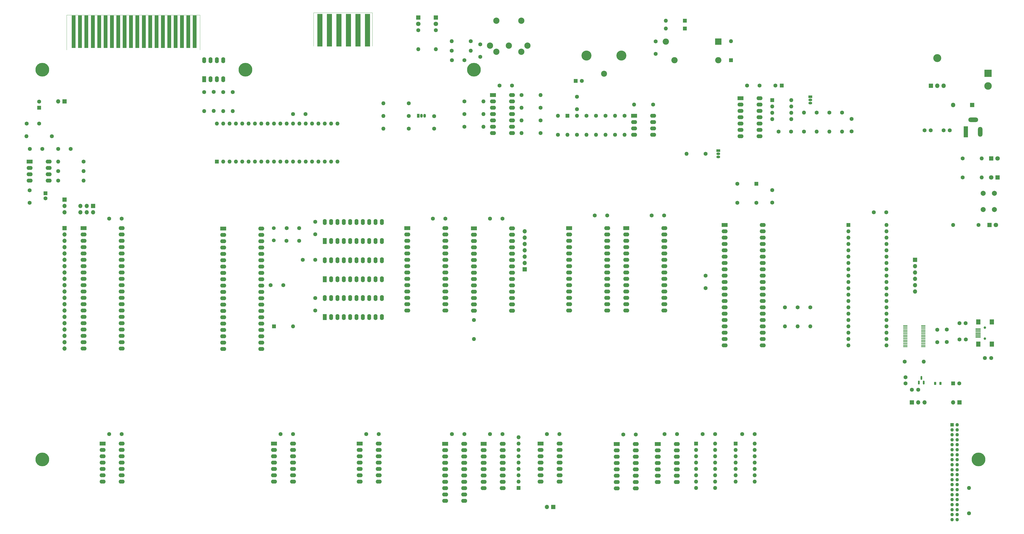
<source format=gbr>
%TF.GenerationSoftware,KiCad,Pcbnew,(6.0.6)*%
%TF.CreationDate,2022-08-04T01:48:05+02:00*%
%TF.ProjectId,Z80AllInOne,5a383041-6c6c-4496-9e4f-6e652e6b6963,rev?*%
%TF.SameCoordinates,Original*%
%TF.FileFunction,Soldermask,Top*%
%TF.FilePolarity,Negative*%
%FSLAX46Y46*%
G04 Gerber Fmt 4.6, Leading zero omitted, Abs format (unit mm)*
G04 Created by KiCad (PCBNEW (6.0.6)) date 2022-08-04 01:48:05*
%MOMM*%
%LPD*%
G01*
G04 APERTURE LIST*
G04 Aperture macros list*
%AMRoundRect*
0 Rectangle with rounded corners*
0 $1 Rounding radius*
0 $2 $3 $4 $5 $6 $7 $8 $9 X,Y pos of 4 corners*
0 Add a 4 corners polygon primitive as box body*
4,1,4,$2,$3,$4,$5,$6,$7,$8,$9,$2,$3,0*
0 Add four circle primitives for the rounded corners*
1,1,$1+$1,$2,$3*
1,1,$1+$1,$4,$5*
1,1,$1+$1,$6,$7*
1,1,$1+$1,$8,$9*
0 Add four rect primitives between the rounded corners*
20,1,$1+$1,$2,$3,$4,$5,0*
20,1,$1+$1,$4,$5,$6,$7,0*
20,1,$1+$1,$6,$7,$8,$9,0*
20,1,$1+$1,$8,$9,$2,$3,0*%
G04 Aperture macros list end*
%ADD10C,0.120000*%
%ADD11C,5.500000*%
%ADD12C,1.600000*%
%ADD13O,1.600000X1.600000*%
%ADD14R,2.500000X2.500000*%
%ADD15O,2.500000X2.500000*%
%ADD16R,1.650000X13.000000*%
%ADD17C,2.400000*%
%ADD18C,4.000000*%
%ADD19R,1.800000X1.800000*%
%ADD20C,1.800000*%
%ADD21R,2.400000X1.600000*%
%ADD22O,2.400000X1.600000*%
%ADD23O,3.200000X3.200000*%
%ADD24O,1.800000X1.800000*%
%ADD25R,1.600000X1.600000*%
%ADD26R,1.700000X1.700000*%
%ADD27O,1.700000X1.700000*%
%ADD28R,3.000000X3.000000*%
%ADD29C,3.000000*%
%ADD30C,1.500000*%
%ADD31R,1.600000X2.400000*%
%ADD32O,1.600000X2.400000*%
%ADD33R,1.500000X1.050000*%
%ADD34O,1.500000X1.050000*%
%ADD35C,1.000000*%
%ADD36R,2.000000X0.500000*%
%ADD37R,1.700000X2.000000*%
%ADD38C,2.500000*%
%ADD39R,1.800000X4.400000*%
%ADD40O,1.800000X4.000000*%
%ADD41O,4.000000X1.800000*%
%ADD42R,1.750000X0.450000*%
%ADD43RoundRect,0.150000X0.150000X-0.587500X0.150000X0.587500X-0.150000X0.587500X-0.150000X-0.587500X0*%
%ADD44R,2.000000X13.000000*%
%ADD45R,1.350000X1.350000*%
%ADD46O,1.350000X1.350000*%
%ADD47C,2.000000*%
%ADD48RoundRect,0.218750X0.218750X0.381250X-0.218750X0.381250X-0.218750X-0.381250X0.218750X-0.381250X0*%
%ADD49R,1.050000X1.500000*%
%ADD50O,1.050000X1.500000*%
G04 APERTURE END LIST*
D10*
%TO.C,JE1*%
X32639000Y-32639000D02*
X32639000Y-46609000D01*
X85979000Y-32639000D02*
X32639000Y-32639000D01*
X85979000Y-46609000D02*
X85979000Y-32639000D01*
%TO.C,J2*%
X154940000Y-45085000D02*
X154940000Y-31750000D01*
X131445000Y-31750000D02*
X131445000Y-45085000D01*
X154940000Y-31750000D02*
X131445000Y-31750000D01*
%TD*%
D11*
%TO.C,*%
X397510000Y-210820000D03*
%TD*%
D12*
%TO.C,C4*%
X314960000Y-102870000D03*
X314960000Y-107870000D03*
%TD*%
%TO.C,R21*%
X327660000Y-79355564D03*
D13*
X327660000Y-71735564D03*
%TD*%
D12*
%TO.C,C49*%
X198120000Y-49450000D03*
X198120000Y-44450000D03*
%TD*%
D14*
%TO.C,K1*%
X293370000Y-43300000D03*
D15*
X272370000Y-43300000D03*
X275870000Y-50800000D03*
X293370000Y-50800000D03*
%TD*%
D16*
%TO.C,JE1*%
X83883000Y-39370000D03*
X81333000Y-39370000D03*
X78783000Y-39370000D03*
X76233000Y-39370000D03*
X73683000Y-39370000D03*
X71133000Y-39370000D03*
X68583000Y-39370000D03*
X66033000Y-39370000D03*
X63483000Y-39370000D03*
X60933000Y-39370000D03*
X58383000Y-39370000D03*
X55833000Y-39370000D03*
X53283000Y-39370000D03*
X50733000Y-39370000D03*
X48183000Y-39370000D03*
X45633000Y-39370000D03*
X43083000Y-39370000D03*
X40533000Y-39370000D03*
X37983000Y-39370000D03*
X35433000Y-39370000D03*
%TD*%
D12*
%TO.C,R5*%
X91440000Y-63500000D03*
D13*
X91440000Y-71120000D03*
%TD*%
D12*
%TO.C,C32*%
X17780000Y-102910000D03*
X17780000Y-107910000D03*
%TD*%
%TO.C,R19*%
X169545000Y-68025000D03*
D13*
X159385000Y-68025000D03*
%TD*%
D17*
%TO.C,J3*%
X247650000Y-56210000D03*
D18*
X254650000Y-48940000D03*
X240650000Y-48940000D03*
%TD*%
D19*
%TO.C,D4*%
X402590000Y-90170000D03*
D20*
X405130000Y-90170000D03*
%TD*%
D12*
%TO.C,C38*%
X207065000Y-200665000D03*
X202065000Y-200665000D03*
%TD*%
D21*
%TO.C,U28*%
X184100000Y-204480000D03*
D22*
X184100000Y-207020000D03*
X184100000Y-209560000D03*
X184100000Y-212100000D03*
X184100000Y-214640000D03*
X184100000Y-217180000D03*
X184100000Y-219720000D03*
X184100000Y-222260000D03*
X184100000Y-224800000D03*
X184100000Y-227340000D03*
X191720000Y-227340000D03*
X191720000Y-224800000D03*
X191720000Y-222260000D03*
X191720000Y-219720000D03*
X191720000Y-217180000D03*
X191720000Y-214640000D03*
X191720000Y-212100000D03*
X191720000Y-209560000D03*
X191720000Y-207020000D03*
X191720000Y-204480000D03*
%TD*%
D12*
%TO.C,R38*%
X244475000Y-73025000D03*
D13*
X244475000Y-80645000D03*
%TD*%
D23*
%TO.C,U29*%
X381000000Y-49925000D03*
D19*
X378460000Y-61025000D03*
D24*
X381000000Y-61025000D03*
X383540000Y-61025000D03*
%TD*%
D25*
%TO.C,D10*%
X233045000Y-73025000D03*
D13*
X233045000Y-80645000D03*
%TD*%
D25*
%TO.C,D8*%
X280035000Y-38100000D03*
D13*
X272415000Y-38100000D03*
%TD*%
D25*
%TO.C,C19*%
X236302375Y-59055000D03*
D12*
X238802375Y-59055000D03*
%TD*%
D25*
%TO.C,U23*%
X314970000Y-66795564D03*
D13*
X314970000Y-69335564D03*
X314970000Y-71875564D03*
X314970000Y-74415564D03*
X322590000Y-74415564D03*
X322590000Y-71875564D03*
X322590000Y-69335564D03*
X322590000Y-66795564D03*
%TD*%
D12*
%TO.C,C37*%
X224830000Y-200660000D03*
X229830000Y-200660000D03*
%TD*%
%TO.C,R14*%
X39370000Y-91440000D03*
D13*
X29210000Y-91440000D03*
%TD*%
D12*
%TO.C,C6*%
X355645000Y-111755000D03*
X360645000Y-111755000D03*
%TD*%
D25*
%TO.C,D5*%
X115570000Y-157480000D03*
D13*
X123190000Y-157480000D03*
%TD*%
D12*
%TO.C,R4*%
X87630000Y-63589062D03*
D13*
X87630000Y-71209062D03*
%TD*%
D21*
%TO.C,U26*%
X199470000Y-204490000D03*
D22*
X199470000Y-207030000D03*
X199470000Y-209570000D03*
X199470000Y-212110000D03*
X199470000Y-214650000D03*
X199470000Y-217190000D03*
X199470000Y-219730000D03*
X199470000Y-222270000D03*
X207090000Y-222270000D03*
X207090000Y-219730000D03*
X207090000Y-217190000D03*
X207090000Y-214650000D03*
X207090000Y-212110000D03*
X207090000Y-209570000D03*
X207090000Y-207030000D03*
X207090000Y-204490000D03*
%TD*%
D12*
%TO.C,R3*%
X325120000Y-149860000D03*
D13*
X325120000Y-157480000D03*
%TD*%
D21*
%TO.C,U2*%
X233680000Y-118110000D03*
D22*
X233680000Y-120650000D03*
X233680000Y-123190000D03*
X233680000Y-125730000D03*
X233680000Y-128270000D03*
X233680000Y-130810000D03*
X233680000Y-133350000D03*
X233680000Y-135890000D03*
X233680000Y-138430000D03*
X233680000Y-140970000D03*
X233680000Y-143510000D03*
X233680000Y-146050000D03*
X233680000Y-148590000D03*
X233680000Y-151130000D03*
X248920000Y-151130000D03*
X248920000Y-148590000D03*
X248920000Y-146050000D03*
X248920000Y-143510000D03*
X248920000Y-140970000D03*
X248920000Y-138430000D03*
X248920000Y-135890000D03*
X248920000Y-133350000D03*
X248920000Y-130810000D03*
X248920000Y-128270000D03*
X248920000Y-125730000D03*
X248920000Y-123190000D03*
X248920000Y-120650000D03*
X248920000Y-118110000D03*
%TD*%
D12*
%TO.C,C30*%
X29250000Y-86360000D03*
X34250000Y-86360000D03*
%TD*%
%TO.C,C31*%
X17860000Y-86360000D03*
X22860000Y-86360000D03*
%TD*%
D19*
%TO.C,D6*%
X405130000Y-97790000D03*
D20*
X402590000Y-97790000D03*
%TD*%
D12*
%TO.C,C34*%
X346710000Y-79315564D03*
X346710000Y-74315564D03*
%TD*%
D21*
%TO.C,U20*%
X47000000Y-204465000D03*
D22*
X47000000Y-207005000D03*
X47000000Y-209545000D03*
X47000000Y-212085000D03*
X47000000Y-214625000D03*
X47000000Y-217165000D03*
X47000000Y-219705000D03*
X54620000Y-219705000D03*
X54620000Y-217165000D03*
X54620000Y-214625000D03*
X54620000Y-212085000D03*
X54620000Y-209545000D03*
X54620000Y-207005000D03*
X54620000Y-204465000D03*
%TD*%
D12*
%TO.C,R29*%
X222250000Y-74930000D03*
D13*
X214630000Y-74930000D03*
%TD*%
D12*
%TO.C,C3*%
X266700000Y-113025000D03*
X271700000Y-113025000D03*
%TD*%
D21*
%TO.C,U3*%
X256540000Y-118110000D03*
D22*
X256540000Y-120650000D03*
X256540000Y-123190000D03*
X256540000Y-125730000D03*
X256540000Y-128270000D03*
X256540000Y-130810000D03*
X256540000Y-133350000D03*
X256540000Y-135890000D03*
X256540000Y-138430000D03*
X256540000Y-140970000D03*
X256540000Y-143510000D03*
X256540000Y-146050000D03*
X256540000Y-148590000D03*
X256540000Y-151130000D03*
X271780000Y-151130000D03*
X271780000Y-148590000D03*
X271780000Y-146050000D03*
X271780000Y-143510000D03*
X271780000Y-140970000D03*
X271780000Y-138430000D03*
X271780000Y-135890000D03*
X271780000Y-133350000D03*
X271780000Y-130810000D03*
X271780000Y-128270000D03*
X271780000Y-125730000D03*
X271780000Y-123190000D03*
X271780000Y-120650000D03*
X271780000Y-118110000D03*
%TD*%
D25*
%TO.C,U4*%
X92715000Y-91445000D03*
D13*
X95255000Y-91445000D03*
X97795000Y-91445000D03*
X100335000Y-91445000D03*
X102875000Y-91445000D03*
X105415000Y-91445000D03*
X107955000Y-91445000D03*
X110495000Y-91445000D03*
X113035000Y-91445000D03*
X115575000Y-91445000D03*
X118115000Y-91445000D03*
X120655000Y-91445000D03*
X123195000Y-91445000D03*
X125735000Y-91445000D03*
X128275000Y-91445000D03*
X130815000Y-91445000D03*
X133355000Y-91445000D03*
X135895000Y-91445000D03*
X138435000Y-91445000D03*
X140975000Y-91445000D03*
X140975000Y-76205000D03*
X138435000Y-76205000D03*
X135895000Y-76205000D03*
X133355000Y-76205000D03*
X130815000Y-76205000D03*
X128275000Y-76205000D03*
X125735000Y-76205000D03*
X123195000Y-76205000D03*
X120655000Y-76205000D03*
X118115000Y-76205000D03*
X115575000Y-76205000D03*
X113035000Y-76205000D03*
X110495000Y-76205000D03*
X107955000Y-76205000D03*
X105415000Y-76205000D03*
X102875000Y-76205000D03*
X100335000Y-76205000D03*
X97795000Y-76205000D03*
X95255000Y-76205000D03*
X92715000Y-76205000D03*
%TD*%
D19*
%TO.C,D3*%
X394970000Y-68680000D03*
D24*
X387350000Y-68680000D03*
%TD*%
D21*
%TO.C,U13*%
X269215000Y-204570000D03*
D22*
X269215000Y-207110000D03*
X269215000Y-209650000D03*
X269215000Y-212190000D03*
X269215000Y-214730000D03*
X269215000Y-217270000D03*
X269215000Y-219810000D03*
X276835000Y-219810000D03*
X276835000Y-217270000D03*
X276835000Y-214730000D03*
X276835000Y-212190000D03*
X276835000Y-209650000D03*
X276835000Y-207110000D03*
X276835000Y-204570000D03*
%TD*%
D12*
%TO.C,R24*%
X288290000Y-88265000D03*
D13*
X280670000Y-88265000D03*
%TD*%
D12*
%TO.C,C23*%
X127080000Y-130810000D03*
X132080000Y-130810000D03*
%TD*%
D11*
%TO.C,*%
X104140000Y-54610000D03*
%TD*%
D21*
%TO.C,U19*%
X259715000Y-73035000D03*
D22*
X259715000Y-75575000D03*
X259715000Y-78115000D03*
X259715000Y-80655000D03*
X267335000Y-80655000D03*
X267335000Y-78115000D03*
X267335000Y-75575000D03*
X267335000Y-73035000D03*
%TD*%
D26*
%TO.C,JP2*%
X370855000Y-187960000D03*
D27*
X373395000Y-187960000D03*
X375935000Y-187960000D03*
%TD*%
D28*
%TO.C,J9*%
X401320000Y-55980000D03*
D29*
X401320000Y-61060000D03*
%TD*%
D12*
%TO.C,R36*%
X248285000Y-73025000D03*
D13*
X248285000Y-80645000D03*
%TD*%
D12*
%TO.C,R8*%
X180340000Y-38735000D03*
D13*
X180340000Y-46355000D03*
%TD*%
D12*
%TO.C,C29*%
X54610000Y-114300000D03*
X49610000Y-114300000D03*
%TD*%
D30*
%TO.C,Y2*%
X115510000Y-123010000D03*
X115510000Y-118110000D03*
%TD*%
D11*
%TO.C,*%
X22860000Y-54610000D03*
%TD*%
D12*
%TO.C,C27*%
X292100000Y-200660000D03*
X287100000Y-200660000D03*
%TD*%
%TO.C,R32*%
X194310000Y-43140000D03*
D13*
X186690000Y-43140000D03*
%TD*%
D31*
%TO.C,U9*%
X135890000Y-138530000D03*
D32*
X138430000Y-138530000D03*
X140970000Y-138530000D03*
X143510000Y-138530000D03*
X146050000Y-138530000D03*
X148590000Y-138530000D03*
X151130000Y-138530000D03*
X153670000Y-138530000D03*
X156210000Y-138530000D03*
X158750000Y-138530000D03*
X158750000Y-130910000D03*
X156210000Y-130910000D03*
X153670000Y-130910000D03*
X151130000Y-130910000D03*
X148590000Y-130910000D03*
X146050000Y-130910000D03*
X143510000Y-130910000D03*
X140970000Y-130910000D03*
X138430000Y-130910000D03*
X135890000Y-130910000D03*
%TD*%
D31*
%TO.C,U8*%
X135895000Y-123280000D03*
D32*
X138435000Y-123280000D03*
X140975000Y-123280000D03*
X143515000Y-123280000D03*
X146055000Y-123280000D03*
X148595000Y-123280000D03*
X151135000Y-123280000D03*
X153675000Y-123280000D03*
X156215000Y-123280000D03*
X158755000Y-123280000D03*
X158755000Y-115660000D03*
X156215000Y-115660000D03*
X153675000Y-115660000D03*
X151135000Y-115660000D03*
X148595000Y-115660000D03*
X146055000Y-115660000D03*
X143515000Y-115660000D03*
X140975000Y-115660000D03*
X138435000Y-115660000D03*
X135895000Y-115660000D03*
%TD*%
D12*
%TO.C,R28*%
X222250000Y-80010000D03*
D13*
X214630000Y-80010000D03*
%TD*%
D12*
%TO.C,R35*%
X252095000Y-80645000D03*
D13*
X252095000Y-73025000D03*
%TD*%
D25*
%TO.C,U27*%
X300355000Y-204470000D03*
D13*
X300355000Y-207010000D03*
X300355000Y-209550000D03*
X300355000Y-212090000D03*
X300355000Y-214630000D03*
X300355000Y-217170000D03*
X300355000Y-219710000D03*
X307975000Y-219710000D03*
X307975000Y-217170000D03*
X307975000Y-214630000D03*
X307975000Y-212090000D03*
X307975000Y-209550000D03*
X307975000Y-207010000D03*
X307975000Y-204470000D03*
%TD*%
D26*
%TO.C,SPEAKER1*%
X31750000Y-67310000D03*
D27*
X29210000Y-67310000D03*
%TD*%
D25*
%TO.C,C42*%
X24130000Y-104140000D03*
D12*
X24130000Y-106140000D03*
%TD*%
%TO.C,R33*%
X186690000Y-46950000D03*
D13*
X194310000Y-46950000D03*
%TD*%
D12*
%TO.C,R10*%
X368012500Y-171550000D03*
D13*
X375632500Y-171550000D03*
%TD*%
D12*
%TO.C,C44*%
X375920000Y-78840000D03*
X378420000Y-78840000D03*
%TD*%
%TO.C,R37*%
X267335000Y-68580000D03*
D13*
X259715000Y-68580000D03*
%TD*%
D12*
%TO.C,R12*%
X29210000Y-99060000D03*
D13*
X39370000Y-99060000D03*
%TD*%
D21*
%TO.C,U12*%
X302270000Y-66035000D03*
D22*
X302270000Y-68575000D03*
X302270000Y-71115000D03*
X302270000Y-73655000D03*
X302270000Y-76195000D03*
X302270000Y-78735000D03*
X302270000Y-81275000D03*
X309890000Y-81275000D03*
X309890000Y-78735000D03*
X309890000Y-76195000D03*
X309890000Y-73655000D03*
X309890000Y-71115000D03*
X309890000Y-68575000D03*
X309890000Y-66035000D03*
%TD*%
D21*
%TO.C,U22*%
X17780000Y-91440000D03*
D22*
X17780000Y-93980000D03*
X17780000Y-96520000D03*
X17780000Y-99060000D03*
X25400000Y-99060000D03*
X25400000Y-96520000D03*
X25400000Y-93980000D03*
X25400000Y-91440000D03*
%TD*%
D12*
%TO.C,C26*%
X118190000Y-200660000D03*
X123190000Y-200660000D03*
%TD*%
%TO.C,R11*%
X391160000Y-97790000D03*
D13*
X398780000Y-97790000D03*
%TD*%
D12*
%TO.C,C35*%
X317540000Y-79355564D03*
X322540000Y-79355564D03*
%TD*%
%TO.C,C51*%
X236855000Y-65405000D03*
X236855000Y-70405000D03*
%TD*%
%TO.C,R7*%
X99060000Y-63589062D03*
D13*
X99060000Y-71209062D03*
%TD*%
D12*
%TO.C,R43*%
X397510000Y-116840000D03*
D13*
X387350000Y-116840000D03*
%TD*%
D26*
%TO.C,J4*%
X372110000Y-130810000D03*
D27*
X372110000Y-133350000D03*
X372110000Y-135890000D03*
X372110000Y-138430000D03*
X372110000Y-140970000D03*
X372110000Y-143510000D03*
%TD*%
D12*
%TO.C,R2*%
X320040000Y-149860000D03*
D13*
X320040000Y-157480000D03*
%TD*%
D12*
%TO.C,R30*%
X222250000Y-69850000D03*
D13*
X214630000Y-69850000D03*
%TD*%
D31*
%TO.C,U10*%
X135895000Y-153760000D03*
D32*
X138435000Y-153760000D03*
X140975000Y-153760000D03*
X143515000Y-153760000D03*
X146055000Y-153760000D03*
X148595000Y-153760000D03*
X151135000Y-153760000D03*
X153675000Y-153760000D03*
X156215000Y-153760000D03*
X158755000Y-153760000D03*
X158755000Y-146140000D03*
X156215000Y-146140000D03*
X153675000Y-146140000D03*
X151135000Y-146140000D03*
X148595000Y-146140000D03*
X146055000Y-146140000D03*
X143515000Y-146140000D03*
X140975000Y-146140000D03*
X138435000Y-146140000D03*
X135895000Y-146140000D03*
%TD*%
D11*
%TO.C,*%
X195580000Y-54610000D03*
%TD*%
D12*
%TO.C,C17*%
X125670000Y-118110000D03*
X120670000Y-118110000D03*
%TD*%
D26*
%TO.C,JP1*%
X389890000Y-187960000D03*
D27*
X387350000Y-187960000D03*
%TD*%
D21*
%TO.C,U18*%
X203200000Y-64770000D03*
D22*
X203200000Y-67310000D03*
X203200000Y-69850000D03*
X203200000Y-72390000D03*
X203200000Y-74930000D03*
X203200000Y-77470000D03*
X203200000Y-80010000D03*
X210820000Y-80010000D03*
X210820000Y-77470000D03*
X210820000Y-74930000D03*
X210820000Y-72390000D03*
X210820000Y-69850000D03*
X210820000Y-67310000D03*
X210820000Y-64770000D03*
%TD*%
D33*
%TO.C,Q3*%
X330200000Y-65385564D03*
D34*
X330200000Y-66655564D03*
X330200000Y-67925564D03*
%TD*%
D21*
%TO.C,U17*%
X149860000Y-204465000D03*
D22*
X149860000Y-207005000D03*
X149860000Y-209545000D03*
X149860000Y-212085000D03*
X149860000Y-214625000D03*
X149860000Y-217165000D03*
X149860000Y-219705000D03*
X157480000Y-219705000D03*
X157480000Y-217165000D03*
X157480000Y-214625000D03*
X157480000Y-212085000D03*
X157480000Y-209545000D03*
X157480000Y-207005000D03*
X157480000Y-204465000D03*
%TD*%
D25*
%TO.C,U5*%
X345440000Y-116840000D03*
D13*
X345440000Y-119380000D03*
X345440000Y-121920000D03*
X345440000Y-124460000D03*
X345440000Y-127000000D03*
X345440000Y-129540000D03*
X345440000Y-132080000D03*
X345440000Y-134620000D03*
X345440000Y-137160000D03*
X345440000Y-139700000D03*
X345440000Y-142240000D03*
X345440000Y-144780000D03*
X345440000Y-147320000D03*
X345440000Y-149860000D03*
X345440000Y-152400000D03*
X345440000Y-154940000D03*
X345440000Y-157480000D03*
X345440000Y-160020000D03*
X345440000Y-162560000D03*
X345440000Y-165100000D03*
X360680000Y-165100000D03*
X360680000Y-162560000D03*
X360680000Y-160020000D03*
X360680000Y-157480000D03*
X360680000Y-154940000D03*
X360680000Y-152400000D03*
X360680000Y-149860000D03*
X360680000Y-147320000D03*
X360680000Y-144780000D03*
X360680000Y-142240000D03*
X360680000Y-139700000D03*
X360680000Y-137160000D03*
X360680000Y-134620000D03*
X360680000Y-132080000D03*
X360680000Y-129540000D03*
X360680000Y-127000000D03*
X360680000Y-124460000D03*
X360680000Y-121920000D03*
X360680000Y-119380000D03*
X360680000Y-116840000D03*
%TD*%
D12*
%TO.C,R13*%
X29210000Y-95250000D03*
D13*
X39370000Y-95250000D03*
%TD*%
D21*
%TO.C,U24*%
X195630000Y-118160000D03*
D22*
X195630000Y-120700000D03*
X195630000Y-123240000D03*
X195630000Y-125780000D03*
X195630000Y-128320000D03*
X195630000Y-130860000D03*
X195630000Y-133400000D03*
X195630000Y-135940000D03*
X195630000Y-138480000D03*
X195630000Y-141020000D03*
X195630000Y-143560000D03*
X195630000Y-146100000D03*
X195630000Y-148640000D03*
X195630000Y-151180000D03*
X210870000Y-151180000D03*
X210870000Y-148640000D03*
X210870000Y-146100000D03*
X210870000Y-143560000D03*
X210870000Y-141020000D03*
X210870000Y-138480000D03*
X210870000Y-135940000D03*
X210870000Y-133400000D03*
X210870000Y-130860000D03*
X210870000Y-128320000D03*
X210870000Y-125780000D03*
X210870000Y-123240000D03*
X210870000Y-120700000D03*
X210870000Y-118160000D03*
%TD*%
D25*
%TO.C,C41*%
X387350000Y-180340000D03*
D12*
X389850000Y-180340000D03*
%TD*%
%TO.C,C46*%
X309880000Y-60960000D03*
X304880000Y-60960000D03*
%TD*%
D21*
%TO.C,U7*%
X95250000Y-118215000D03*
D22*
X95250000Y-120755000D03*
X95250000Y-123295000D03*
X95250000Y-125835000D03*
X95250000Y-128375000D03*
X95250000Y-130915000D03*
X95250000Y-133455000D03*
X95250000Y-135995000D03*
X95250000Y-138535000D03*
X95250000Y-141075000D03*
X95250000Y-143615000D03*
X95250000Y-146155000D03*
X95250000Y-148695000D03*
X95250000Y-151235000D03*
X95250000Y-153775000D03*
X95250000Y-156315000D03*
X95250000Y-158855000D03*
X95250000Y-161395000D03*
X95250000Y-163935000D03*
X95250000Y-166475000D03*
X110490000Y-166475000D03*
X110490000Y-163935000D03*
X110490000Y-161395000D03*
X110490000Y-158855000D03*
X110490000Y-156315000D03*
X110490000Y-153775000D03*
X110490000Y-151235000D03*
X110490000Y-148695000D03*
X110490000Y-146155000D03*
X110490000Y-143615000D03*
X110490000Y-141075000D03*
X110490000Y-138535000D03*
X110490000Y-135995000D03*
X110490000Y-133455000D03*
X110490000Y-130915000D03*
X110490000Y-128375000D03*
X110490000Y-125835000D03*
X110490000Y-123295000D03*
X110490000Y-120755000D03*
X110490000Y-118215000D03*
%TD*%
D12*
%TO.C,C24*%
X179150000Y-114300000D03*
X184150000Y-114300000D03*
%TD*%
D19*
%TO.C,D11*%
X401950000Y-116840000D03*
D20*
X404490000Y-116840000D03*
%TD*%
D35*
%TO.C,J1*%
X400050000Y-157920000D03*
X400050000Y-162320000D03*
D36*
X397350000Y-161720000D03*
X397350000Y-160920000D03*
X397350000Y-160120000D03*
X397350000Y-159320000D03*
X397350000Y-158520000D03*
D37*
X402900000Y-164570000D03*
X397450000Y-155670000D03*
X397450000Y-164570000D03*
X402900000Y-155670000D03*
%TD*%
D12*
%TO.C,C20*%
X114280000Y-140970000D03*
X119280000Y-140970000D03*
%TD*%
%TO.C,C45*%
X383540000Y-78840000D03*
X386040000Y-78840000D03*
%TD*%
%TO.C,R40*%
X236855000Y-80645000D03*
D13*
X236855000Y-73025000D03*
%TD*%
D33*
%TO.C,Q4*%
X293370000Y-86995000D03*
D34*
X293370000Y-88265000D03*
X293370000Y-89535000D03*
%TD*%
D12*
%TO.C,C5*%
X123190000Y-72350000D03*
X128190000Y-72350000D03*
%TD*%
D38*
%TO.C,J6*%
X202050000Y-44910000D03*
X209550000Y-44910000D03*
X217050000Y-44910000D03*
X204550000Y-47410000D03*
X214550000Y-47410000D03*
X214550000Y-34910000D03*
X204550000Y-34910000D03*
%TD*%
D12*
%TO.C,R42*%
X195580000Y-154940000D03*
D13*
X195580000Y-162560000D03*
%TD*%
D12*
%TO.C,C2*%
X243920000Y-113025000D03*
X248920000Y-113025000D03*
%TD*%
%TO.C,C1*%
X288290000Y-142160000D03*
X288290000Y-137160000D03*
%TD*%
%TO.C,C39*%
X207010000Y-114300000D03*
X202010000Y-114300000D03*
%TD*%
D39*
%TO.C,JP5*%
X392430000Y-79440000D03*
D40*
X398230000Y-79440000D03*
D41*
X395430000Y-74640000D03*
%TD*%
D12*
%TO.C,C52*%
X302935000Y-200660000D03*
X307935000Y-200660000D03*
%TD*%
%TO.C,C47*%
X268357500Y-48265000D03*
X268357500Y-43265000D03*
%TD*%
%TO.C,R39*%
X240665000Y-73025000D03*
D13*
X240665000Y-80645000D03*
%TD*%
D12*
%TO.C,C48*%
X191770000Y-50760000D03*
X186770000Y-50760000D03*
%TD*%
%TO.C,C22*%
X132080000Y-151090000D03*
X132080000Y-146090000D03*
%TD*%
D25*
%TO.C,C36*%
X318770000Y-60960000D03*
D12*
X316270000Y-60960000D03*
%TD*%
D26*
%TO.C,J5*%
X31750000Y-106680000D03*
D27*
X31750000Y-109220000D03*
X31750000Y-111760000D03*
%TD*%
D12*
%TO.C,C21*%
X132080000Y-115570000D03*
X132080000Y-120570000D03*
%TD*%
D21*
%TO.C,U21*%
X39390000Y-118035000D03*
D22*
X39390000Y-120575000D03*
X39390000Y-123115000D03*
X39390000Y-125655000D03*
X39390000Y-128195000D03*
X39390000Y-130735000D03*
X39390000Y-133275000D03*
X39390000Y-135815000D03*
X39390000Y-138355000D03*
X39390000Y-140895000D03*
X39390000Y-143435000D03*
X39390000Y-145975000D03*
X39390000Y-148515000D03*
X39390000Y-151055000D03*
X39390000Y-153595000D03*
X39390000Y-156135000D03*
X39390000Y-158675000D03*
X39390000Y-161215000D03*
X39390000Y-163755000D03*
X39390000Y-166295000D03*
X54630000Y-166295000D03*
X54630000Y-163755000D03*
X54630000Y-161215000D03*
X54630000Y-158675000D03*
X54630000Y-156135000D03*
X54630000Y-153595000D03*
X54630000Y-151055000D03*
X54630000Y-148515000D03*
X54630000Y-145975000D03*
X54630000Y-143435000D03*
X54630000Y-140895000D03*
X54630000Y-138355000D03*
X54630000Y-135815000D03*
X54630000Y-133275000D03*
X54630000Y-130735000D03*
X54630000Y-128195000D03*
X54630000Y-125655000D03*
X54630000Y-123115000D03*
X54630000Y-120575000D03*
X54630000Y-118035000D03*
%TD*%
D12*
%TO.C,R25*%
X191770000Y-67310000D03*
D13*
X199390000Y-67310000D03*
%TD*%
D12*
%TO.C,R18*%
X169545000Y-73105000D03*
D13*
X159385000Y-73105000D03*
%TD*%
D42*
%TO.C,U6*%
X368222500Y-157165000D03*
X368222500Y-157815000D03*
X368222500Y-158465000D03*
X368222500Y-159115000D03*
X368222500Y-159765000D03*
X368222500Y-160415000D03*
X368222500Y-161065000D03*
X368222500Y-161715000D03*
X368222500Y-162365000D03*
X368222500Y-163015000D03*
X368222500Y-163665000D03*
X368222500Y-164315000D03*
X368222500Y-164965000D03*
X368222500Y-165615000D03*
X375422500Y-165615000D03*
X375422500Y-164965000D03*
X375422500Y-164315000D03*
X375422500Y-163665000D03*
X375422500Y-163015000D03*
X375422500Y-162365000D03*
X375422500Y-161715000D03*
X375422500Y-161065000D03*
X375422500Y-160415000D03*
X375422500Y-159765000D03*
X375422500Y-159115000D03*
X375422500Y-158465000D03*
X375422500Y-157815000D03*
X375422500Y-157165000D03*
%TD*%
D43*
%TO.C,Q1*%
X373700000Y-180007500D03*
X375600000Y-180007500D03*
X374650000Y-178132500D03*
%TD*%
D12*
%TO.C,C28*%
X49610000Y-200660000D03*
X54610000Y-200660000D03*
%TD*%
%TO.C,C12*%
X392430000Y-162660000D03*
X389930000Y-162660000D03*
%TD*%
%TO.C,C9*%
X381000000Y-163830000D03*
X381000000Y-158830000D03*
%TD*%
%TO.C,R27*%
X191770000Y-77470000D03*
D13*
X199390000Y-77470000D03*
%TD*%
D12*
%TO.C,C15*%
X260350000Y-200765000D03*
X255350000Y-200765000D03*
%TD*%
%TO.C,R41*%
X229235000Y-80645000D03*
D13*
X229235000Y-73025000D03*
%TD*%
D26*
%TO.C,JP3*%
X227330000Y-229870000D03*
D27*
X224790000Y-229870000D03*
%TD*%
D12*
%TO.C,R6*%
X95250000Y-63589062D03*
D13*
X95250000Y-71209062D03*
%TD*%
D19*
%TO.C,D1*%
X180340000Y-33655000D03*
D20*
X180340000Y-36195000D03*
%TD*%
D12*
%TO.C,C40*%
X191770000Y-200660000D03*
X186770000Y-200660000D03*
%TD*%
%TO.C,C11*%
X392390000Y-156210000D03*
X389890000Y-156210000D03*
%TD*%
D44*
%TO.C,J2*%
X153035000Y-38735000D03*
X149225000Y-38735000D03*
X145415000Y-38735000D03*
X141605000Y-38735000D03*
X137795000Y-38735000D03*
X133985000Y-38735000D03*
%TD*%
D12*
%TO.C,R34*%
X255905000Y-73025000D03*
D13*
X255905000Y-80645000D03*
%TD*%
D12*
%TO.C,R1*%
X330200000Y-149860000D03*
D13*
X330200000Y-157480000D03*
%TD*%
D12*
%TO.C,R22*%
X332740000Y-71735564D03*
D13*
X332740000Y-79355564D03*
%TD*%
D26*
%TO.C,JP4*%
X43165000Y-109215000D03*
D27*
X43165000Y-111755000D03*
X40625000Y-109215000D03*
X40625000Y-111755000D03*
X38085000Y-109215000D03*
X38085000Y-111755000D03*
%TD*%
D25*
%TO.C,U15*%
X284470000Y-204460000D03*
D13*
X284470000Y-207000000D03*
X284470000Y-209540000D03*
X284470000Y-212080000D03*
X284470000Y-214620000D03*
X284470000Y-217160000D03*
X284470000Y-219700000D03*
X284470000Y-222240000D03*
X292090000Y-222240000D03*
X292090000Y-219700000D03*
X292090000Y-217160000D03*
X292090000Y-214620000D03*
X292090000Y-212080000D03*
X292090000Y-209540000D03*
X292090000Y-207000000D03*
X292090000Y-204460000D03*
%TD*%
D11*
%TO.C,REF\u002A\u002A*%
X22860000Y-210820000D03*
%TD*%
D12*
%TO.C,C33*%
X21590000Y-76200000D03*
X16590000Y-76200000D03*
%TD*%
%TO.C,R20*%
X337820000Y-71735564D03*
D13*
X337820000Y-79355564D03*
%TD*%
D12*
%TO.C,R23*%
X391160000Y-90170000D03*
D13*
X398780000Y-90170000D03*
%TD*%
D25*
%TO.C,D7*%
X298450000Y-50800000D03*
D13*
X298450000Y-43180000D03*
%TD*%
D21*
%TO.C,U1*%
X295910000Y-116840000D03*
D22*
X295910000Y-119380000D03*
X295910000Y-121920000D03*
X295910000Y-124460000D03*
X295910000Y-127000000D03*
X295910000Y-129540000D03*
X295910000Y-132080000D03*
X295910000Y-134620000D03*
X295910000Y-137160000D03*
X295910000Y-139700000D03*
X295910000Y-142240000D03*
X295910000Y-144780000D03*
X295910000Y-147320000D03*
X295910000Y-149860000D03*
X295910000Y-152400000D03*
X295910000Y-154940000D03*
X295910000Y-157480000D03*
X295910000Y-160020000D03*
X295910000Y-162560000D03*
X295910000Y-165100000D03*
X311150000Y-165100000D03*
X311150000Y-162560000D03*
X311150000Y-160020000D03*
X311150000Y-157480000D03*
X311150000Y-154940000D03*
X311150000Y-152400000D03*
X311150000Y-149860000D03*
X311150000Y-147320000D03*
X311150000Y-144780000D03*
X311150000Y-142240000D03*
X311150000Y-139700000D03*
X311150000Y-137160000D03*
X311150000Y-134620000D03*
X311150000Y-132080000D03*
X311150000Y-129540000D03*
X311150000Y-127000000D03*
X311150000Y-124460000D03*
X311150000Y-121920000D03*
X311150000Y-119380000D03*
X311150000Y-116840000D03*
%TD*%
D26*
%TO.C,J7*%
X31750000Y-118110000D03*
D27*
X31750000Y-120650000D03*
X31750000Y-123190000D03*
X31750000Y-125730000D03*
X31750000Y-128270000D03*
X31750000Y-130810000D03*
X31750000Y-133350000D03*
X31750000Y-135890000D03*
X31750000Y-138430000D03*
X31750000Y-140970000D03*
X31750000Y-143510000D03*
X31750000Y-146050000D03*
X31750000Y-148590000D03*
X31750000Y-151130000D03*
X31750000Y-153670000D03*
X31750000Y-156210000D03*
X31750000Y-158750000D03*
X31750000Y-161290000D03*
X31750000Y-163830000D03*
X31750000Y-166370000D03*
%TD*%
D45*
%TO.C,J10*%
X386985000Y-196900000D03*
D46*
X388985000Y-196900000D03*
X386985000Y-198900000D03*
X388985000Y-198900000D03*
X386985000Y-200900000D03*
X388985000Y-200900000D03*
X386985000Y-202900000D03*
X388985000Y-202900000D03*
X386985000Y-204900000D03*
X388985000Y-204900000D03*
X386985000Y-206900000D03*
X388985000Y-206900000D03*
X386985000Y-208900000D03*
X388985000Y-208900000D03*
X386985000Y-210900000D03*
X388985000Y-210900000D03*
X386985000Y-212900000D03*
X388985000Y-212900000D03*
X386985000Y-214900000D03*
X388985000Y-214900000D03*
X386985000Y-216900000D03*
X388985000Y-216900000D03*
X386985000Y-218900000D03*
X388985000Y-218900000D03*
X386985000Y-220900000D03*
X388985000Y-220900000D03*
X386985000Y-222900000D03*
X388985000Y-222900000D03*
X386985000Y-224900000D03*
X388985000Y-224900000D03*
X386985000Y-226900000D03*
X388985000Y-226900000D03*
X386985000Y-228900000D03*
X388985000Y-228900000D03*
X386985000Y-230900000D03*
X388985000Y-230900000D03*
X386985000Y-232900000D03*
X388985000Y-232900000D03*
X386985000Y-234900000D03*
X388985000Y-234900000D03*
%TD*%
D25*
%TO.C,RN1*%
X213455000Y-222255000D03*
D13*
X213455000Y-219715000D03*
X213455000Y-217175000D03*
X213455000Y-214635000D03*
X213455000Y-212095000D03*
X213455000Y-209555000D03*
X213455000Y-207015000D03*
X213455000Y-204475000D03*
X213455000Y-201935000D03*
%TD*%
D12*
%TO.C,R15*%
X26670000Y-81280000D03*
D13*
X16510000Y-81280000D03*
%TD*%
D12*
%TO.C,C7*%
X373380000Y-182880000D03*
X370880000Y-182880000D03*
%TD*%
%TO.C,R26*%
X191770000Y-72390000D03*
D13*
X199390000Y-72390000D03*
%TD*%
D21*
%TO.C,U16*%
X115555000Y-204465000D03*
D22*
X115555000Y-207005000D03*
X115555000Y-209545000D03*
X115555000Y-212085000D03*
X115555000Y-214625000D03*
X115555000Y-217165000D03*
X115555000Y-219705000D03*
X123175000Y-219705000D03*
X123175000Y-217165000D03*
X123175000Y-214625000D03*
X123175000Y-212085000D03*
X123175000Y-209545000D03*
X123175000Y-207005000D03*
X123175000Y-204465000D03*
%TD*%
D12*
%TO.C,R16*%
X342900000Y-71735564D03*
D13*
X342900000Y-79355564D03*
%TD*%
D21*
%TO.C,U14*%
X252730000Y-204565000D03*
D22*
X252730000Y-207105000D03*
X252730000Y-209645000D03*
X252730000Y-212185000D03*
X252730000Y-214725000D03*
X252730000Y-217265000D03*
X252730000Y-219805000D03*
X252730000Y-222345000D03*
X260350000Y-222345000D03*
X260350000Y-219805000D03*
X260350000Y-217265000D03*
X260350000Y-214725000D03*
X260350000Y-212185000D03*
X260350000Y-209645000D03*
X260350000Y-207105000D03*
X260350000Y-204565000D03*
%TD*%
D25*
%TO.C,D9*%
X280035000Y-34925000D03*
D13*
X272415000Y-34925000D03*
%TD*%
D47*
%TO.C,SW2*%
X403860000Y-110640000D03*
X403860000Y-104140000D03*
X399360000Y-110640000D03*
X399360000Y-104140000D03*
%TD*%
D12*
%TO.C,C14*%
X276850000Y-200660000D03*
X271850000Y-200660000D03*
%TD*%
%TO.C,C16*%
X125630000Y-123190000D03*
X120630000Y-123190000D03*
%TD*%
D25*
%TO.C,C43*%
X21590000Y-69850000D03*
D12*
X21590000Y-67350000D03*
%TD*%
D48*
%TO.C,FB1*%
X382270000Y-180340000D03*
X380145000Y-180340000D03*
%TD*%
D26*
%TO.C,J8*%
X215900000Y-134625000D03*
D27*
X215900000Y-132085000D03*
X215900000Y-129545000D03*
X215900000Y-127005000D03*
X215900000Y-124465000D03*
X215900000Y-121925000D03*
X215900000Y-119385000D03*
%TD*%
D12*
%TO.C,C18*%
X179705000Y-78225000D03*
X179705000Y-73225000D03*
%TD*%
%TO.C,C13*%
X402590000Y-170180000D03*
X400090000Y-170180000D03*
%TD*%
D25*
%TO.C,X1*%
X308610000Y-100330000D03*
D12*
X300990000Y-100330000D03*
X300990000Y-107950000D03*
X308610000Y-107950000D03*
%TD*%
%TO.C,R17*%
X169545000Y-78185000D03*
D13*
X159385000Y-78185000D03*
%TD*%
D21*
%TO.C,U25*%
X222290000Y-204470000D03*
D22*
X222290000Y-207010000D03*
X222290000Y-209550000D03*
X222290000Y-212090000D03*
X222290000Y-214630000D03*
X222290000Y-217170000D03*
X222290000Y-219710000D03*
X229910000Y-219710000D03*
X229910000Y-217170000D03*
X229910000Y-214630000D03*
X229910000Y-212090000D03*
X229910000Y-209550000D03*
X229910000Y-207010000D03*
X229910000Y-204470000D03*
%TD*%
D12*
%TO.C,C50*%
X210820000Y-60960000D03*
X205820000Y-60960000D03*
%TD*%
%TO.C,C25*%
X152470000Y-200660000D03*
X157470000Y-200660000D03*
%TD*%
%TO.C,C8*%
X368300000Y-180340000D03*
X368300000Y-177840000D03*
%TD*%
%TO.C,R31*%
X214630000Y-64770000D03*
D13*
X222250000Y-64770000D03*
%TD*%
D21*
%TO.C,U11*%
X168910000Y-118110000D03*
D22*
X168910000Y-120650000D03*
X168910000Y-123190000D03*
X168910000Y-125730000D03*
X168910000Y-128270000D03*
X168910000Y-130810000D03*
X168910000Y-133350000D03*
X168910000Y-135890000D03*
X168910000Y-138430000D03*
X168910000Y-140970000D03*
X168910000Y-143510000D03*
X168910000Y-146050000D03*
X168910000Y-148590000D03*
X168910000Y-151130000D03*
X184150000Y-151130000D03*
X184150000Y-148590000D03*
X184150000Y-146050000D03*
X184150000Y-143510000D03*
X184150000Y-140970000D03*
X184150000Y-138430000D03*
X184150000Y-135890000D03*
X184150000Y-133350000D03*
X184150000Y-130810000D03*
X184150000Y-128270000D03*
X184150000Y-125730000D03*
X184150000Y-123190000D03*
X184150000Y-120650000D03*
X184150000Y-118110000D03*
%TD*%
D12*
%TO.C,R44*%
X393700000Y-232410000D03*
D13*
X393700000Y-222250000D03*
%TD*%
D49*
%TO.C,Q2*%
X173355000Y-73025000D03*
D50*
X174625000Y-73025000D03*
X175895000Y-73025000D03*
%TD*%
D19*
%TO.C,D2*%
X173355000Y-33655000D03*
D20*
X173355000Y-36195000D03*
%TD*%
D12*
%TO.C,C10*%
X384810000Y-158750000D03*
X384810000Y-163750000D03*
%TD*%
D31*
%TO.C,SW1*%
X87640000Y-58420000D03*
D32*
X90180000Y-58420000D03*
X92720000Y-58420000D03*
X95260000Y-58420000D03*
X95260000Y-50800000D03*
X92720000Y-50800000D03*
X90180000Y-50800000D03*
X87640000Y-50800000D03*
%TD*%
D12*
%TO.C,R9*%
X173355000Y-38735000D03*
D13*
X173355000Y-46355000D03*
%TD*%
M02*

</source>
